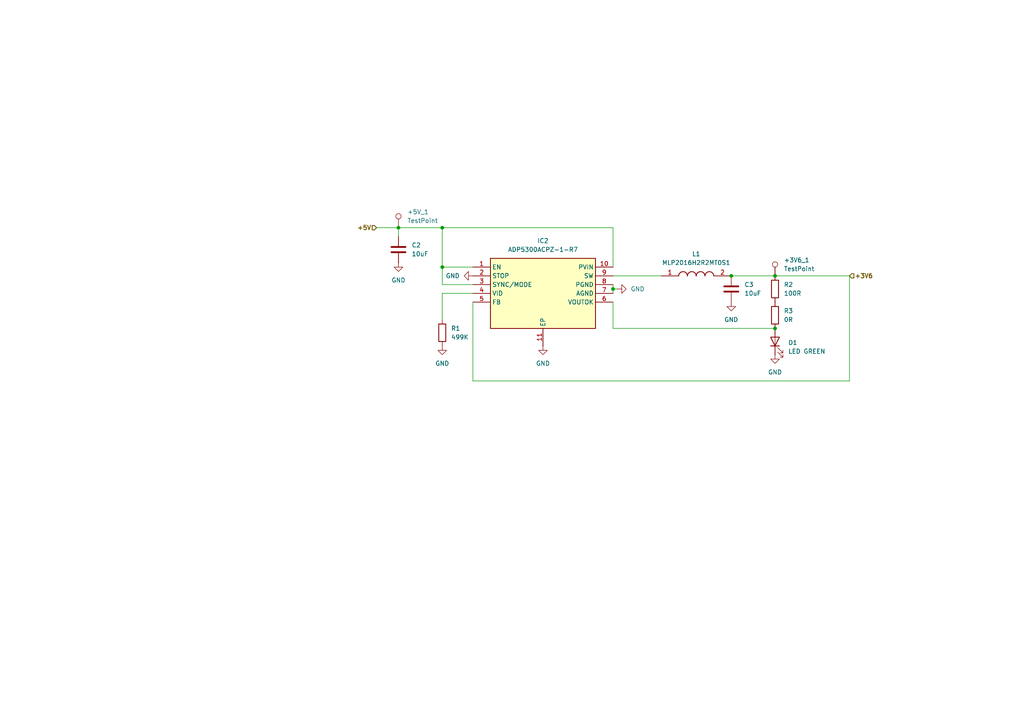
<source format=kicad_sch>
(kicad_sch (version 20250114) (generator "eeschema") (generator_version "9.0")
  (paper "A4")
  (title_block (date "2021-11-17"))
  (lib_symbols
    (symbol "ADP5300ACPZ-1-R7:ADP5300ACPZ-1-R7"
      (property "Reference" "IC" (at 36.83 7.62 0))
      (property "Value" "ADP5300ACPZ-1-R7" (at 36.83 5.08 0))
      (symbol "ADP5300ACPZ-1-R7_1_1"
        (rectangle (start 5.08 2.54) (end 35.56 -17.78) (stroke (width 0.254)) (fill (type background)))
        (pin passive line (at 0 0 0) (length 5.08) (name "EN") (number "1"))
        (pin passive line (at 0 -2.54 0) (length 5.08) (name "STOP") (number "2"))
        (pin passive line (at 0 -5.08 0) (length 5.08) (name "SYNC/MODE") (number "3"))
        (pin passive line (at 0 -7.62 0) (length 5.08) (name "VID") (number "4"))
        (pin passive line (at 0 -10.16 0) (length 5.08) (name "FB") (number "5"))
        (pin passive line (at 20.32 -22.86 90) (length 5.08) (name "EP") (number "11"))
        (pin passive line (at 40.64 0 180) (length 5.08) (name "PVIN") (number "10"))
        (pin passive line (at 40.64 -2.54 180) (length 5.08) (name "SW") (number "9"))
        (pin passive line (at 40.64 -5.08 180) (length 5.08) (name "PGND") (number "8"))
        (pin passive line (at 40.64 -7.62 180) (length 5.08) (name "AGND") (number "7"))
        (pin passive line (at 40.64 -10.16 180) (length 5.08) (name "VOUTOK") (number "6"))
      )
    )
    (symbol "Connector:TestPoint" (pin_numbers (hide yes)) (pin_names (offset 0.762) (hide yes))
      (property "Reference" "TP" (at 0 6.858 0))
      (property "Value" "TestPoint" (at 0 5.08 0))
      (symbol "TestPoint_0_1"
        (circle (center 0 3.302) (radius 0.762))
      )
      (symbol "TestPoint_1_1"
        (pin passive line (at 0 0 90) (length 2.54) (name "1") (number "1"))
      )
    )
    (symbol "Device:C" (pin_numbers (hide yes)) (pin_names (offset 0.254))
      (property "Reference" "C" (at 0.635 2.54 0))
      (property "Value" "C" (at 0.635 -2.54 0))
      (symbol "C_0_1"
        (polyline (pts (xy -2.032 0.762) (xy 2.032 0.762)) (stroke (width 0.508)))
        (polyline (pts (xy -2.032 -0.762) (xy 2.032 -0.762)) (stroke (width 0.508)))
      )
      (symbol "C_1_1"
        (pin passive line (at 0 3.81 270) (length 2.794) (name "~") (number "1"))
        (pin passive line (at 0 -3.81 90) (length 2.794) (name "~") (number "2"))
      )
    )
    (symbol "Device:LED" (pin_numbers (hide yes)) (pin_names (offset 1.016) (hide yes))
      (property "Reference" "D" (at 0 2.54 0))
      (property "Value" "LED" (at 0 -2.54 0))
      (symbol "LED_0_1"
        (polyline (pts (xy -3.048 -0.762) (xy -4.572 -2.286) (xy -3.81 -2.286) (xy -4.572 -2.286) (xy -4.572 -1.524)))
        (polyline (pts (xy -1.778 -0.762) (xy -3.302 -2.286) (xy -2.54 -2.286) (xy -3.302 -2.286) (xy -3.302 -1.524)))
        (polyline (pts (xy -1.27 0) (xy 1.27 0)))
        (polyline (pts (xy -1.27 -1.27) (xy -1.27 1.27)) (stroke (width 0.254)))
        (polyline (pts (xy 1.27 -1.27) (xy 1.27 1.27) (xy -1.27 0) (xy 1.27 -1.27)) (stroke (width 0.254)))
      )
      (symbol "LED_1_1"
        (pin passive line (at -3.81 0 0) (length 2.54) (name "K") (number "1"))
        (pin passive line (at 3.81 0 180) (length 2.54) (name "A") (number "2"))
      )
    )
    (symbol "Device:R" (pin_numbers (hide yes)) (pin_names (offset 0))
      (property "Reference" "R" (at 2.032 0 90))
      (property "Value" "R" (at 0 0 90))
      (symbol "R_0_1"
        (rectangle (start -1.016 -2.54) (end 1.016 2.54) (stroke (width 0.254)))
      )
      (symbol "R_1_1"
        (pin passive line (at 0 3.81 270) (length 1.27) (name "~") (number "1"))
        (pin passive line (at 0 -3.81 90) (length 1.27) (name "~") (number "2"))
      )
    )
    (symbol "MLP2016H2R2MT0S1:MLP2016H2R2MT0S1" (pin_names (hide yes))
      (property "Reference" "L" (at 16.51 6.35 0))
      (property "Value" "MLP2016H2R2MT0S1" (at 16.51 3.81 0))
      (symbol "MLP2016H2R2MT0S1_1_1"
        (arc (start 5.08 0) (mid 6.35 1.219) (end 7.62 0) (stroke (width 0.254)))
        (arc (start 7.62 0) (mid 8.89 1.219) (end 10.16 0) (stroke (width 0.254)))
        (arc (start 10.16 0) (mid 11.43 1.219) (end 12.7 0) (stroke (width 0.254)))
        (arc (start 12.7 0) (mid 13.97 1.219) (end 15.24 0) (stroke (width 0.254)))
        (pin passive line (at 0 0 0) (length 5.08) (name "1") (number "1"))
        (pin passive line (at 20.32 0 180) (length 5.08) (name "2") (number "2"))
      )
    )
    (symbol "power:GND" (power) (pin_numbers (hide yes)) (pin_names (offset 0) (hide yes))
      (property "Value" "GND" (at 0 -3.81 0))
      (symbol "GND_0_1"
        (polyline (pts (xy 0 0) (xy 0 -1.27) (xy 1.27 -1.27) (xy 0 -2.54) (xy -1.27 -1.27) (xy 0 -1.27)))
      )
      (symbol "GND_1_1"
        (pin power_in line (at 0 0 270) (length 0) (name "~") (number "1"))
      )
    )
  )
  (junction (at 177.8 83.82))
  (junction (at 224.79 95.25))
  (junction (at 212.09 80.01))
  (junction (at 128.27 66.04))
  (junction (at 224.79 80.01))
  (junction (at 128.27 77.47))
  (junction (at 115.57 66.04))
  (wire (pts (xy 137.16 85.09) (xy 128.27 85.09)))
  (wire (pts (xy 177.8 80.01) (xy 191.77 80.01)))
  (wire (pts (xy 212.09 80.01) (xy 224.79 80.01)))
  (wire (pts (xy 128.27 82.55) (xy 137.16 82.55)))
  (wire (pts (xy 224.79 95.25) (xy 177.8 95.25)))
  (wire (pts (xy 177.8 82.55) (xy 177.8 83.82)))
  (wire (pts (xy 177.8 83.82) (xy 177.8 85.09)))
  (wire (pts (xy 115.57 66.04) (xy 128.27 66.04)))
  (wire (pts (xy 224.79 80.01) (xy 246.38 80.01)))
  (wire (pts (xy 177.8 95.25) (xy 177.8 87.63)))
  (wire (pts (xy 115.57 68.58) (xy 115.57 66.04)))
  (wire (pts (xy 177.8 83.82) (xy 179.07 83.82)))
  (wire (pts (xy 128.27 77.47) (xy 128.27 82.55)))
  (wire (pts (xy 137.16 110.49) (xy 137.16 87.63)))
  (wire (pts (xy 177.8 66.04) (xy 128.27 66.04)))
  (wire (pts (xy 128.27 85.09) (xy 128.27 92.71)))
  (wire (pts (xy 137.16 77.47) (xy 128.27 77.47)))
  (wire (pts (xy 177.8 77.47) (xy 177.8 66.04)))
  (wire (pts (xy 246.38 80.01) (xy 246.38 110.49)))
  (wire (pts (xy 137.16 110.49) (xy 246.38 110.49)))
  (wire (pts (xy 115.57 66.04) (xy 109.22 66.04)))
  (wire (pts (xy 128.27 66.04) (xy 128.27 77.47)))
  (hierarchical_label "+3V6" (shape input) (at 246.38 80.01 0) (effects (font (thickness 0.254) (bold yes))))
  (hierarchical_label "+5V" (shape input) (at 109.22 66.04 180) (effects (font (thickness 0.254) (bold yes))))
  (symbol (lib_id "power:GND") (at 128.27 100.33 0) (unit 1)
    (property "Reference" "#PWR09" (effects (hide yes)))
    (property "Value" "GND" (at 128.27 105.41 0))
    (property "Description" "Power symbol creates a global label with name \"GND\" , ground" (effects (hide yes)))
  )
  (symbol (lib_id "Connector:TestPoint") (at 115.57 66.04 0) (unit 1)
    (property "Reference" "+5V_1" (at 118.11 61.4679 0) (effects (justify left)))
    (property "Value" "TestPoint" (at 118.11 64.0079 0) (effects (justify left)))
    (property "Footprint" "TestPoint:TestPoint_Loop_D3.80mm_Drill2.5mm" (effects (hide yes)))
    (property "Description" "test point" (effects (hide yes)))
  )
  (symbol (lib_id "Connector:TestPoint") (at 224.79 80.01 0) (unit 1)
    (property "Reference" "+3V6_1" (at 227.33 75.4379 0) (effects (justify left)))
    (property "Value" "TestPoint" (at 227.33 77.9779 0) (effects (justify left)))
    (property "Footprint" "TestPoint:TestPoint_Loop_D3.80mm_Drill2.5mm" (effects (hide yes)))
    (property "Description" "test point" (effects (hide yes)))
  )
  (symbol (lib_id "power:GND") (at 179.07 83.82 90) (unit 1)
    (property "Reference" "#PWR012" (effects (hide yes)))
    (property "Value" "GND" (at 182.88 83.8199 90) (effects (justify right)))
    (property "Description" "Power symbol creates a global label with name \"GND\" , ground" (effects (hide yes)))
  )
  (symbol (lib_id "Device:R") (at 224.79 83.82 0) (unit 1)
    (property "Reference" "R2" (at 227.33 82.5499 0) (effects (justify left)))
    (property "Value" "100R" (at 227.33 85.0899 0) (effects (justify left)))
    (property "Footprint" "Resistor_SMD:R_0603_1608Metric" (effects (hide yes)))
    (property "Description" "Resistor" (effects (hide yes)))
  )
  (symbol (lib_id "Device:R") (at 224.79 91.44 0) (unit 1)
    (property "Reference" "R3" (at 227.33 90.1699 0) (effects (justify left)))
    (property "Value" "0R" (at 227.33 92.7099 0) (effects (justify left)))
    (property "Footprint" "Resistor_SMD:R_0603_1608Metric" (effects (hide yes)))
    (property "Description" "Resistor" (effects (hide yes)))
  )
  (symbol (lib_id "MLP2016H2R2MT0S1:MLP2016H2R2MT0S1") (at 191.77 80.01 0) (unit 1)
    (property "Reference" "L1" (at 201.93 73.66 0))
    (property "Value" "MLP2016H2R2MT0S1" (at 201.93 76.2 0))
    (property "Footprint" "Insyte_Footprints:INDC2016X100N" (effects (hide yes)))
    (property "Datasheet" "https://product.tdk.com/system/files/dam/doc/product/inductor/inductor/smd/catalog/inductor_commercial_power_mlp2016_en.pdf" (effects (hide yes)))
    (property "Description" "SMD / SMT Inductors (Coils), L=2.2?H, L x W x T :" (effects (hide yes)))
    (property "Height" "1" (effects (hide yes)))
    (property "Mouser Part Number" "810-MLP2016H2R2MT0S1" (effects (hide yes)))
    (property "Mouser Price/Stock" "https://www.mouser.co.uk/ProductDetail/TDK/MLP2016H2R2MT0S1?qs=%2FPzWLGNeQ%252BgIIGDjjVUZ%2Fg%3D%3D" (effects (hide yes)))
    (property "Manufacturer_Name" "TDK" (effects (hide yes)))
    (property "Manufacturer_Part_Number" "MLP2016H2R2MT0S1" (effects (hide yes)))
  )
  (symbol (lib_id "power:GND") (at 115.57 76.2 0) (unit 1)
    (property "Reference" "#PWR08" (effects (hide yes)))
    (property "Value" "GND" (at 115.57 81.28 0))
    (property "Description" "Power symbol creates a global label with name \"GND\" , ground" (effects (hide yes)))
  )
  (symbol (lib_id "power:GND") (at 224.79 102.87 0) (unit 1)
    (property "Reference" "#PWR013" (effects (hide yes)))
    (property "Value" "GND" (at 224.79 107.95 0))
    (property "Description" "Power symbol creates a global label with name \"GND\" , ground" (effects (hide yes)))
  )
  (symbol (lib_id "Device:R") (at 128.27 96.52 0) (unit 1)
    (property "Reference" "R1" (at 130.81 95.2499 0) (effects (justify left)))
    (property "Value" "499K" (at 130.81 97.7899 0) (effects (justify left)))
    (property "Footprint" "Resistor_SMD:R_0603_1608Metric" (effects (hide yes)))
    (property "Description" "Resistor" (effects (hide yes)))
  )
  (symbol (lib_id "power:GND") (at 137.16 80.01 270) (unit 1)
    (property "Reference" "#PWR07" (effects (hide yes)))
    (property "Value" "GND" (at 133.35 80.0099 90) (effects (justify right)))
    (property "Description" "Power symbol creates a global label with name \"GND\" , ground" (effects (hide yes)))
  )
  (symbol (lib_id "power:GND") (at 212.09 87.63 0) (unit 1)
    (property "Reference" "#PWR011" (effects (hide yes)))
    (property "Value" "GND" (at 212.09 92.71 0))
    (property "Description" "Power symbol creates a global label with name \"GND\" , ground" (effects (hide yes)))
  )
  (symbol (lib_id "Device:C") (at 212.09 83.82 0) (unit 1)
    (property "Reference" "C3" (at 215.9 82.5499 0) (effects (justify left)))
    (property "Value" "10uF" (at 215.9 85.0899 0) (effects (justify left)))
    (property "Footprint" "Capacitor_SMD:C_0603_1608Metric" (effects (hide yes)))
    (property "Description" "Unpolarized capacitor" (effects (hide yes)))
  )
  (symbol (lib_id "power:GND") (at 157.48 100.33 0) (unit 1)
    (property "Reference" "#PWR010" (effects (hide yes)))
    (property "Value" "GND" (at 157.48 105.41 0))
    (property "Description" "Power symbol creates a global label with name \"GND\" , ground" (effects (hide yes)))
  )
  (symbol (lib_id "Device:LED") (at 224.79 99.06 90) (unit 1)
    (property "Reference" "D1" (at 228.6 99.3774 90) (effects (justify right)))
    (property "Value" "LED GREEN" (at 228.6 101.9174 90) (effects (justify right)))
    (property "Footprint" "LED_SMD:LED_0603_1608Metric" (effects (hide yes)))
    (property "Description" "Light emitting diode" (effects (hide yes)))
    (property "Sim.Pins" "1=K 2=A" (effects (hide yes)))
  )
  (symbol (lib_id "Device:C") (at 115.57 72.39 0) (unit 1)
    (property "Reference" "C2" (at 119.38 71.1199 0) (effects (justify left)))
    (property "Value" "10uF" (at 119.38 73.6599 0) (effects (justify left)))
    (property "Footprint" "Capacitor_SMD:C_0603_1608Metric" (effects (hide yes)))
    (property "Description" "Unpolarized capacitor" (effects (hide yes)))
  )
  (symbol (lib_id "ADP5300ACPZ-1-R7:ADP5300ACPZ-1-R7") (at 137.16 77.47 0) (unit 1)
    (property "Reference" "IC2" (at 157.48 69.85 0))
    (property "Value" "ADP5300ACPZ-1-R7" (at 157.48 72.39 0))
    (property "Footprint" "Insyte_Footprints:SON50P300X300X85-11N-D" (effects (hide yes)))
    (property "Datasheet" "https://componentsearchengine.com/Datasheets/1/ADP5300ACPZ-1-R7.pdf" (effects (hide yes)))
    (property "Description" "Switching Voltage Regulators 50mA/500mA ULP Buck w/ OD ST" (effects (hide yes)))
    (property "Height" "0.85" (effects (hide yes)))
    (property "Mouser Part Number" "584-ADP5300ACPZ-1-R7" (effects (hide yes)))
    (property "Mouser Price/Stock" "https://www.mouser.com/Search/Refine.aspx?Keyword=584-ADP5300ACPZ-1-R7" (effects (hide yes)))
    (property "Manufacturer_Name" "Analog Devices" (effects (hide yes)))
    (property "Manufacturer_Part_Number" "ADP5300ACPZ-1-R7" (effects (hide yes)))
  )
)
</source>
